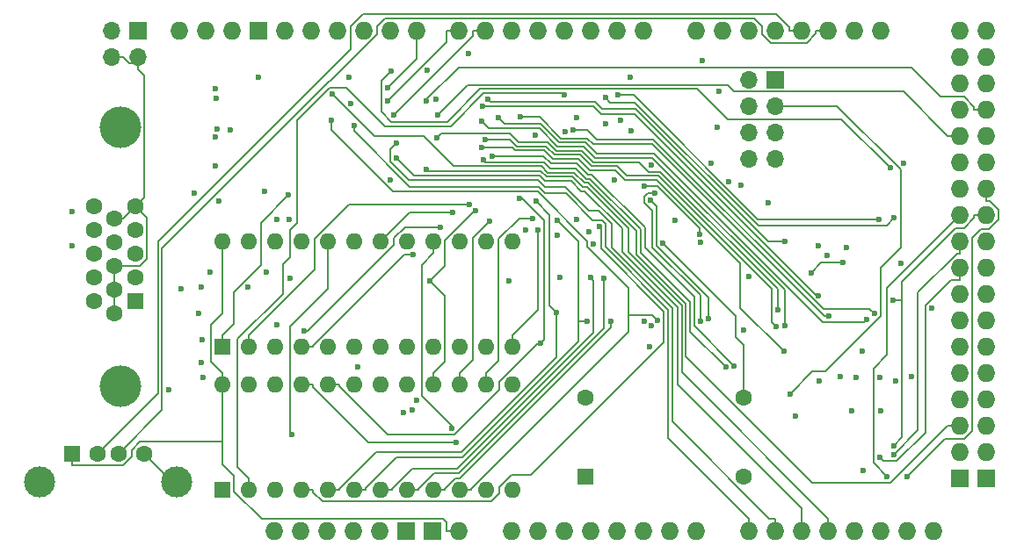
<source format=gbr>
%TF.GenerationSoftware,KiCad,Pcbnew,8.0.4+dfsg-1*%
%TF.CreationDate,2024-11-13T23:12:41-05:00*%
%TF.ProjectId,VGA_SRAM_Shield,5647415f-5352-4414-9d5f-536869656c64,rev?*%
%TF.SameCoordinates,Original*%
%TF.FileFunction,Copper,L2,Inr*%
%TF.FilePolarity,Positive*%
%FSLAX46Y46*%
G04 Gerber Fmt 4.6, Leading zero omitted, Abs format (unit mm)*
G04 Created by KiCad (PCBNEW 8.0.4+dfsg-1) date 2024-11-13 23:12:41*
%MOMM*%
%LPD*%
G01*
G04 APERTURE LIST*
%TA.AperFunction,ComponentPad*%
%ADD10R,1.700000X1.700000*%
%TD*%
%TA.AperFunction,ComponentPad*%
%ADD11O,1.700000X1.700000*%
%TD*%
%TA.AperFunction,ComponentPad*%
%ADD12R,1.600000X1.500000*%
%TD*%
%TA.AperFunction,ComponentPad*%
%ADD13C,1.600000*%
%TD*%
%TA.AperFunction,ComponentPad*%
%ADD14C,3.000000*%
%TD*%
%TA.AperFunction,ComponentPad*%
%ADD15C,4.000000*%
%TD*%
%TA.AperFunction,ComponentPad*%
%ADD16R,1.600000X1.600000*%
%TD*%
%TA.AperFunction,ComponentPad*%
%ADD17O,1.600000X1.600000*%
%TD*%
%TA.AperFunction,ComponentPad*%
%ADD18O,1.727200X1.727200*%
%TD*%
%TA.AperFunction,ComponentPad*%
%ADD19R,1.727200X1.727200*%
%TD*%
%TA.AperFunction,ViaPad*%
%ADD20C,0.600000*%
%TD*%
%TA.AperFunction,Conductor*%
%ADD21C,0.200000*%
%TD*%
G04 APERTURE END LIST*
D10*
%TO.N,PWR*%
%TO.C,J2*%
X41700000Y-133625000D03*
D11*
X39160000Y-133625000D03*
%TO.N,GND*%
X41700000Y-136165000D03*
X39160000Y-136165000D03*
%TD*%
D12*
%TO.N,PWR*%
%TO.C,J5*%
X35355000Y-174390000D03*
D13*
%TO.N,Net-(A1-D18{slash}TX1)*%
X37855000Y-174390000D03*
%TO.N,Net-(A1-D19{slash}RX1)*%
X39855000Y-174390000D03*
%TO.N,GND*%
X42355000Y-174390000D03*
D14*
X32285000Y-177100000D03*
X45425000Y-177100000D03*
%TD*%
D15*
%TO.N,N/C*%
%TO.C,J3*%
X40040000Y-142920000D03*
X40040000Y-167920000D03*
D16*
%TO.N,Net-(J3-Pad1)*%
X41460000Y-159735000D03*
D13*
%TO.N,Net-(J3-Pad2)*%
X41460000Y-157445000D03*
%TO.N,Net-(J3-Pad3)*%
X41460000Y-155155000D03*
%TO.N,unconnected-(J3-Pad4)*%
X41460000Y-152865000D03*
%TO.N,GND*%
X41460000Y-150575000D03*
X39480000Y-160880000D03*
X39480000Y-158590000D03*
X39480000Y-156300000D03*
%TO.N,unconnected-(J3-Pad9)*%
X39480000Y-154010000D03*
%TO.N,GND*%
X39480000Y-151720000D03*
%TO.N,unconnected-(J3-Pad11)*%
X37500000Y-159735000D03*
%TO.N,unconnected-(J3-Pad12)*%
X37500000Y-157445000D03*
%TO.N,Net-(J3-Pad13)*%
X37500000Y-155155000D03*
%TO.N,Net-(J3-Pad14)*%
X37500000Y-152865000D03*
%TO.N,unconnected-(J3-Pad15)*%
X37500000Y-150575000D03*
%TD*%
D16*
%TO.N,unconnected-(X1-NC-Pad1)*%
%TO.C,X1*%
X84836000Y-176657000D03*
D13*
%TO.N,GND*%
X100076000Y-176657000D03*
%TO.N,H_CLK*%
X100076000Y-169037000D03*
%TO.N,PWR*%
X84836000Y-169037000D03*
%TD*%
D16*
%TO.N,A0*%
%TO.C,U8*%
X49885600Y-164109400D03*
D17*
%TO.N,A1*%
X52425600Y-164109400D03*
%TO.N,A2*%
X54965600Y-164109400D03*
%TO.N,A3*%
X57505600Y-164109400D03*
%TO.N,A4*%
X60045600Y-164109400D03*
%TO.N,A5*%
X62585600Y-164109400D03*
%TO.N,A6*%
X65125600Y-164109400D03*
%TO.N,A7*%
X67665600Y-164109400D03*
%TO.N,A8*%
X70205600Y-164109400D03*
%TO.N,A9*%
X72745600Y-164109400D03*
%TO.N,unconnected-(U8-I11-Pad11)*%
X75285600Y-164109400D03*
%TO.N,GND*%
X77825600Y-164109400D03*
%TO.N,unconnected-(U8-I13-Pad13)*%
X77825600Y-153949400D03*
%TO.N,unconnected-(U8-IO14-Pad14)*%
X75285600Y-153949400D03*
%TO.N,unconnected-(U8-IO15-Pad15)*%
X72745600Y-153949400D03*
%TO.N,H_VISIBLE*%
X70205600Y-153949400D03*
%TO.N,unconnected-(U8-IO17-Pad17)*%
X67665600Y-153949400D03*
%TO.N,~{H_SYNC}*%
X65125600Y-153949400D03*
%TO.N,unconnected-(U8-IO19-Pad19)*%
X62585600Y-153949400D03*
%TO.N,Net-(U3-~{MR})*%
X60045600Y-153949400D03*
%TO.N,unconnected-(U8-IO21-Pad21)*%
X57505600Y-153949400D03*
%TO.N,unconnected-(U8-IO22-Pad22)*%
X54965600Y-153949400D03*
%TO.N,unconnected-(U8-IO23-Pad23)*%
X52425600Y-153949400D03*
%TO.N,PWR*%
X49885600Y-153949400D03*
%TD*%
D18*
%TO.N,*%
%TO.C,A1*%
X54864000Y-181864000D03*
%TO.N,unconnected-(A1-3.3V-Pad3V3)*%
X62484000Y-181864000D03*
%TO.N,unconnected-(A1-5V-Pad5V1)*%
X65024000Y-181864000D03*
%TO.N,unconnected-(A1-5V-Pad5V3)*%
X120904000Y-133604000D03*
%TO.N,unconnected-(A1-5V-Pad5V4)*%
X123444000Y-133604000D03*
%TO.N,unconnected-(A1-PadA0)*%
X77724000Y-181864000D03*
%TO.N,unconnected-(A1-PadA1)*%
X80264000Y-181864000D03*
%TO.N,unconnected-(A1-PadA2)*%
X82804000Y-181864000D03*
%TO.N,unconnected-(A1-PadA3)*%
X85344000Y-181864000D03*
%TO.N,unconnected-(A1-PadA4)*%
X87884000Y-181864000D03*
%TO.N,unconnected-(A1-PadA5)*%
X90424000Y-181864000D03*
%TO.N,unconnected-(A1-PadA6)*%
X92964000Y-181864000D03*
%TO.N,unconnected-(A1-PadA7)*%
X95504000Y-181864000D03*
%TO.N,/MCUMEMADDR12*%
X100584000Y-181864000D03*
%TO.N,/MCUMEMADDR13*%
X103124000Y-181864000D03*
%TO.N,/MCUMEMADDR14*%
X105664000Y-181864000D03*
%TO.N,/MCUMEMADDR15*%
X108204000Y-181864000D03*
%TO.N,unconnected-(A1-PadAREF)*%
X50800000Y-133604000D03*
%TO.N,unconnected-(A1-CANRX-PadCANR)*%
X115824000Y-181864000D03*
%TO.N,unconnected-(A1-CANTX-PadCANT)*%
X118364000Y-181864000D03*
%TO.N,unconnected-(A1-D0{slash}RX0-PadD0)*%
X90424000Y-133604000D03*
%TO.N,unconnected-(A1-D1{slash}TX0-PadD1)*%
X87884000Y-133604000D03*
%TO.N,/MCU OE*%
X85344000Y-133604000D03*
%TO.N,/MCU CE*%
X82804000Y-133604000D03*
%TO.N,/MCU WE*%
X80264000Y-133604000D03*
%TO.N,unconnected-(A1-PadD5)*%
X77724000Y-133604000D03*
%TO.N,/MCUMEMADDR19*%
X75184000Y-133604000D03*
%TO.N,/MCUMEMADDR18*%
X72644000Y-133604000D03*
%TO.N,/MCUMEMADDR17*%
X68580000Y-133604000D03*
%TO.N,/MCUMEMADDR16*%
X66040000Y-133604000D03*
%TO.N,unconnected-(A1-D10_CS0-PadD10)*%
X63500000Y-133604000D03*
%TO.N,unconnected-(A1-PadD11)*%
X60960000Y-133604000D03*
%TO.N,unconnected-(A1-PadD12)*%
X58420000Y-133604000D03*
%TO.N,unconnected-(A1-PadD13)*%
X55880000Y-133604000D03*
%TO.N,unconnected-(A1-D14{slash}TX3-PadD14)*%
X95504000Y-133604000D03*
%TO.N,unconnected-(A1-D15{slash}RX3-PadD15)*%
X98044000Y-133604000D03*
%TO.N,unconnected-(A1-D16{slash}TX2-PadD16)*%
X100584000Y-133604000D03*
%TO.N,unconnected-(A1-D17{slash}RX2-PadD17)*%
X103124000Y-133604000D03*
%TO.N,Net-(A1-D18{slash}TX1)*%
X105664000Y-133604000D03*
%TO.N,Net-(A1-D19{slash}RX1)*%
X108204000Y-133604000D03*
%TO.N,unconnected-(A1-D20{slash}SDA-PadD20)*%
X110744000Y-133604000D03*
%TO.N,unconnected-(A1-D21{slash}SCL-PadD21)*%
X113284000Y-133604000D03*
%TO.N,unconnected-(A1-PadD22)*%
X120904000Y-136144000D03*
%TO.N,unconnected-(A1-PadD23)*%
X123444000Y-136144000D03*
%TO.N,unconnected-(A1-PadD24)*%
X120904000Y-138684000D03*
%TO.N,/MCUMEMADDR8*%
X123444000Y-138684000D03*
%TO.N,/MCUMEMADDR9*%
X120904000Y-141224000D03*
%TO.N,/MCUMEMADDR10*%
X123444000Y-141224000D03*
%TO.N,/MCUMEMADDR11*%
X120904000Y-143764000D03*
%TO.N,unconnected-(A1-PadD29)*%
X123444000Y-143764000D03*
%TO.N,unconnected-(A1-PadD30)*%
X120904000Y-146304000D03*
%TO.N,unconnected-(A1-PadD31)*%
X123444000Y-146304000D03*
%TO.N,unconnected-(A1-PadD32)*%
X120904000Y-148844000D03*
%TO.N,DATA0*%
X123444000Y-148844000D03*
%TO.N,DATA1*%
X120904000Y-151384000D03*
%TO.N,DATA2*%
X123444000Y-151384000D03*
%TO.N,DATA3*%
X120904000Y-153924000D03*
%TO.N,DATA4*%
X123444000Y-153924000D03*
%TO.N,DATA5*%
X120904000Y-156464000D03*
%TO.N,DATA6*%
X123444000Y-156464000D03*
%TO.N,DATA7*%
X120904000Y-159004000D03*
%TO.N,unconnected-(A1-PadD41)*%
X123444000Y-159004000D03*
%TO.N,unconnected-(A1-PadD42)*%
X120904000Y-161544000D03*
%TO.N,unconnected-(A1-PadD43)*%
X123444000Y-161544000D03*
%TO.N,/MCUMEMADDR7*%
X120904000Y-164084000D03*
%TO.N,/MCUMEMADDR6*%
X123444000Y-164084000D03*
%TO.N,/MCUMEMADDR5*%
X120904000Y-166624000D03*
%TO.N,/MCUMEMADDR4*%
X123444000Y-166624000D03*
%TO.N,/MCUMEMADDR3*%
X120904000Y-169164000D03*
%TO.N,/MCUMEMADDR2*%
X123444000Y-169164000D03*
%TO.N,/MCUMEMADDR1*%
X120904000Y-171704000D03*
%TO.N,/MCUMEMADDR0*%
X123444000Y-171704000D03*
%TO.N,unconnected-(A1-D52_CS2-PadD52)*%
X120904000Y-174244000D03*
%TO.N,unconnected-(A1-PadD53)*%
X123444000Y-174244000D03*
%TO.N,unconnected-(A1-PadDAC0)*%
X110744000Y-181864000D03*
%TO.N,unconnected-(A1-PadDAC1)*%
X113284000Y-181864000D03*
D19*
%TO.N,GND*%
X53340000Y-133604000D03*
X67564000Y-181864000D03*
X70104000Y-181864000D03*
X120904000Y-176784000D03*
X123444000Y-176784000D03*
D18*
%TO.N,unconnected-(A1-IOREF-PadIORF)*%
X57404000Y-181864000D03*
%TO.N,unconnected-(A1-RESET-PadRST1)*%
X59944000Y-181864000D03*
%TO.N,unconnected-(A1-PadSCL1)*%
X45720000Y-133604000D03*
%TO.N,unconnected-(A1-PadSDA1)*%
X48260000Y-133604000D03*
%TO.N,PWR*%
X72644000Y-181864000D03*
%TD*%
D10*
%TO.N,~{H_SYNC}*%
%TO.C,J1*%
X103124000Y-138328400D03*
D11*
%TO.N,H_VISIBLE*%
X100584000Y-138328400D03*
%TO.N,~{SCREEN_VISIBLE}*%
X103124000Y-140868400D03*
%TO.N,~{V_RESET}*%
X100584000Y-140868400D03*
%TO.N,GND*%
X103124000Y-143408400D03*
%TO.N,~{V_SYNC}*%
X100584000Y-143408400D03*
%TO.N,V_FRONT_PORCH*%
X103124000Y-145948400D03*
%TO.N,~{V_VISIBLE}*%
X100584000Y-145948400D03*
%TD*%
D16*
%TO.N,Net-(U5-Q0)*%
%TO.C,U9*%
X49885600Y-177927000D03*
D17*
%TO.N,A10*%
X52425600Y-177927000D03*
%TO.N,A11*%
X54965600Y-177927000D03*
%TO.N,A12*%
X57505600Y-177927000D03*
%TO.N,A13*%
X60045600Y-177927000D03*
%TO.N,A14*%
X62585600Y-177927000D03*
%TO.N,A15*%
X65125600Y-177927000D03*
%TO.N,A16*%
X67665600Y-177927000D03*
%TO.N,A17*%
X70205600Y-177927000D03*
%TO.N,A18*%
X72745600Y-177927000D03*
%TO.N,H_VISIBLE*%
X75285600Y-177927000D03*
%TO.N,GND*%
X77825600Y-177927000D03*
%TO.N,unconnected-(U9-I13-Pad13)*%
X77825600Y-167767000D03*
%TO.N,~{V_VISIBLE}*%
X75285600Y-167767000D03*
%TO.N,V_FRONT_PORCH*%
X72745600Y-167767000D03*
%TO.N,~{V_SYNC}*%
X70205600Y-167767000D03*
%TO.N,unconnected-(U9-IO17-Pad17)*%
X67665600Y-167767000D03*
%TO.N,unconnected-(U9-IO18-Pad18)*%
X65125600Y-167767000D03*
%TO.N,unconnected-(U9-IO19-Pad19)*%
X62585600Y-167767000D03*
%TO.N,~{V_RESET}*%
X60045600Y-167767000D03*
%TO.N,~{SCREEN_VISIBLE}*%
X57505600Y-167767000D03*
%TO.N,unconnected-(U9-IO22-Pad22)*%
X54965600Y-167767000D03*
%TO.N,unconnected-(U9-IO23-Pad23)*%
X52425600Y-167767000D03*
%TO.N,PWR*%
X49885600Y-167767000D03*
%TD*%
D20*
%TO.N,Net-(U11-CE)*%
X66094300Y-137550000D03*
X114190200Y-146851100D03*
%TO.N,Net-(U1-~{WE})*%
X118152300Y-160385800D03*
X97487400Y-142967800D03*
%TO.N,/MCUMEMADDR5*%
X56367000Y-157520100D03*
%TO.N,/MCUMEMADDR13*%
X66583600Y-144475200D03*
%TO.N,DATA2*%
X114522200Y-173628000D03*
X114443500Y-159651700D03*
%TO.N,/MCUMEMADDR12*%
X62528400Y-142760300D03*
%TO.N,DATA1*%
X113882100Y-176632600D03*
X108111400Y-155301700D03*
%TO.N,DATA5*%
X113158600Y-174740500D03*
%TO.N,/MCUMEMADDR15*%
X69530500Y-146996000D03*
%TO.N,/MCUMEMADDR14*%
X66610200Y-145914700D03*
%TO.N,/MCUMEMADDR10*%
X69539000Y-140402200D03*
%TO.N,/MCUMEMADDR8*%
X69614000Y-137455900D03*
%TO.N,DATA3*%
X114513200Y-174513100D03*
%TO.N,DATA0*%
X115850900Y-176599600D03*
X107224100Y-154389200D03*
%TO.N,~{TIMING ADDR}*%
X62029700Y-138138000D03*
X89143500Y-138142500D03*
%TO.N,/MCUMEMADDR1*%
X60479900Y-139738500D03*
%TO.N,/MCUMEMADDR11*%
X70577000Y-141772900D03*
%TO.N,/MCUMEMADDR6*%
X56321400Y-151826400D03*
%TO.N,/MCUMEMADDR0*%
X53320600Y-138125200D03*
%TO.N,/MCUMEMADDR19*%
X66379800Y-141735900D03*
%TO.N,/MCUMEMADDR18*%
X65786300Y-140425400D03*
%TO.N,/MCUMEMADDR3*%
X67321500Y-170474000D03*
%TO.N,DATA7*%
X115215100Y-156039400D03*
%TO.N,DATA4*%
X111601500Y-176066800D03*
%TO.N,A17*%
X87253800Y-161659100D03*
%TO.N,A18*%
X60361700Y-142296200D03*
X91772000Y-161531600D03*
%TO.N,A16*%
X86602300Y-157486900D03*
%TO.N,Net-(U10-TC)*%
X93469100Y-151880800D03*
%TO.N,A14*%
X84972100Y-161661100D03*
X82105700Y-151893400D03*
%TO.N,A15*%
X85305500Y-157452100D03*
%TO.N,A13*%
X82050100Y-160781200D03*
X80104900Y-150083100D03*
%TO.N,Net-(U6-TC)*%
X82334700Y-157452100D03*
X100547600Y-157317000D03*
%TO.N,A12*%
X86146200Y-152485700D03*
X87647000Y-147999100D03*
%TO.N,A11*%
X68577300Y-169271600D03*
X79969800Y-143706600D03*
%TO.N,A10*%
X82822200Y-139844400D03*
%TO.N,Net-(U5-Q0)*%
X68122600Y-170216100D03*
%TO.N,A9*%
X79104400Y-152812500D03*
%TO.N,Net-(U4-TC)*%
X85173400Y-153005500D03*
%TO.N,A7*%
X95897900Y-161673300D03*
X91553300Y-149273500D03*
%TO.N,A5*%
X91178700Y-162074500D03*
X95833900Y-153253000D03*
X90505600Y-148614600D03*
%TO.N,A4*%
X95896600Y-154053200D03*
X98647500Y-148163200D03*
X90457500Y-161661100D03*
%TO.N,A6*%
X96698100Y-161373800D03*
X91079500Y-149931300D03*
%TO.N,H_CLK*%
X92290000Y-154085700D03*
%TO.N,A3*%
X99847800Y-148552000D03*
X68267300Y-155237400D03*
%TO.N,A0*%
X89249500Y-143241500D03*
X56248300Y-149487400D03*
%TO.N,A2*%
X96910300Y-146426100D03*
X57753400Y-162595400D03*
X70822600Y-152562600D03*
%TO.N,A1*%
X91157000Y-146614100D03*
X73674300Y-150396900D03*
%TO.N,MEMADDR6*%
X49496800Y-150023800D03*
X102406100Y-150184000D03*
%TO.N,/MCUMEMADDR2*%
X54056600Y-156889800D03*
%TO.N,MEMADDR1*%
X114578900Y-151664800D03*
X86747700Y-140064100D03*
X49251900Y-140179900D03*
%TO.N,/MCUMEMADDR7*%
X55085200Y-151829200D03*
%TO.N,MEMADDR8*%
X104035000Y-153900500D03*
X75442700Y-140244500D03*
X62253000Y-140653800D03*
%TO.N,MEMADDR19*%
X112657400Y-160916900D03*
X83670600Y-143190400D03*
%TO.N,MEMADDR17*%
X107293200Y-159171700D03*
X74955300Y-140899600D03*
%TO.N,/MCUMEMADDR17*%
X65795500Y-139155400D03*
%TO.N,MEMADDR16*%
X108295100Y-161153600D03*
X78596200Y-141952600D03*
%TO.N,MEMADDR18*%
X111913800Y-161486800D03*
X76400700Y-141962500D03*
%TO.N,MEMADDR7*%
X84018000Y-151825300D03*
X47130000Y-149290000D03*
%TO.N,~{OE}*%
X109950600Y-154555700D03*
%TO.N,MEMADDR3*%
X86744600Y-142590300D03*
X97733400Y-139465200D03*
X49181700Y-143867400D03*
%TO.N,MEMADDR12*%
X103952200Y-164558600D03*
X74812600Y-144887300D03*
%TO.N,MEMADDR4*%
X88184900Y-142239700D03*
X50591700Y-143185400D03*
X115473900Y-146402900D03*
%TO.N,MEMADDR5*%
X82850200Y-143394400D03*
X49196500Y-146686800D03*
%TO.N,MEMADDR15*%
X111481900Y-164525700D03*
X77418200Y-157712900D03*
%TO.N,MEMADDR11*%
X103340800Y-160539500D03*
X70498200Y-143961500D03*
%TO.N,MEMADDR10*%
X103212300Y-162194000D03*
X75144000Y-144087100D03*
%TO.N,/MCUMEMADDR9*%
X70404000Y-140257900D03*
%TO.N,/MCUMEMADDR4*%
X62888300Y-166033100D03*
%TO.N,MEMADDR9*%
X104021600Y-162039200D03*
X74811000Y-142330400D03*
%TO.N,MEMADDR2*%
X83988400Y-141990100D03*
X49353700Y-143066700D03*
%TO.N,MEMADDR14*%
X98330500Y-166077800D03*
X74963400Y-146087600D03*
%TO.N,MEMADDR13*%
X99157000Y-165938400D03*
X75859800Y-145687500D03*
%TO.N,MEMADDR0*%
X113084100Y-151797100D03*
X87948000Y-139844400D03*
X49181000Y-139179600D03*
%TO.N,Net-(U2-B7)*%
X47860300Y-165646900D03*
X116263000Y-167007500D03*
%TO.N,Net-(U2-B6)*%
X47592500Y-160854100D03*
X114686000Y-167393000D03*
%TO.N,Net-(U2-B5)*%
X47971200Y-167065500D03*
X113258900Y-170320100D03*
%TO.N,Net-(U2-B4)*%
X48711500Y-156890300D03*
X113163700Y-167030600D03*
%TO.N,Net-(U2-B3)*%
X52316100Y-158348500D03*
X110862300Y-167036600D03*
%TO.N,Net-(U2-B2)*%
X44671400Y-168258200D03*
X110514100Y-170305400D03*
%TO.N,Net-(U2-B1)*%
X47843600Y-158308400D03*
X109361800Y-167017000D03*
%TO.N,Net-(U2-B0)*%
X55088500Y-161985400D03*
X107350200Y-167412700D03*
%TO.N,Net-(J3-Pad3)*%
X45853800Y-158484500D03*
%TO.N,Net-(J3-Pad2)*%
X47896000Y-163428200D03*
%TO.N,~{V_VISIBLE}*%
X79720500Y-151718500D03*
%TO.N,GND*%
X91027700Y-164128600D03*
X53953000Y-149128400D03*
X66011400Y-148029500D03*
X106574600Y-156966000D03*
X109671000Y-156001700D03*
X100051700Y-162464200D03*
X80273000Y-152863300D03*
%TO.N,~{SCREEN_VISIBLE}*%
X72402100Y-173304400D03*
X104511800Y-168646000D03*
%TO.N,~{V_RESET}*%
X80511600Y-163801900D03*
X78484800Y-149753700D03*
%TO.N,~{V_SYNC}*%
X35351100Y-154326200D03*
X69876300Y-157740100D03*
X74198900Y-151003900D03*
%TO.N,V_FRONT_PORCH*%
X75636700Y-152009900D03*
%TO.N,~{H_SYNC}*%
X35361400Y-151090400D03*
X72056000Y-151164000D03*
%TO.N,H_VISIBLE*%
X71919700Y-172002100D03*
%TO.N,Net-(U3-~{MR})*%
X85624300Y-154227100D03*
X56548500Y-172600400D03*
%TO.N,PWR*%
X82148900Y-153355900D03*
X96115400Y-136482500D03*
X73533000Y-135803200D03*
X105067700Y-170763000D03*
%TD*%
D21*
%TO.N,Net-(U11-CE)*%
X109477500Y-142138400D02*
X114190200Y-146851100D01*
X98499400Y-142138400D02*
X109477500Y-142138400D01*
X95605200Y-139244200D02*
X98499400Y-142138400D01*
X74651900Y-139244200D02*
X95605200Y-139244200D01*
X71509000Y-142387100D02*
X74651900Y-139244200D01*
X66123400Y-142387100D02*
X71509000Y-142387100D01*
X65156700Y-141420400D02*
X66123400Y-142387100D01*
X65156700Y-138487600D02*
X65156700Y-141420400D01*
X66094300Y-137550000D02*
X65156700Y-138487600D01*
%TO.N,/MCUMEMADDR13*%
X103124000Y-181864000D02*
X103124000Y-180700300D01*
X66010000Y-145048800D02*
X66583600Y-144475200D01*
X66010000Y-146217700D02*
X66010000Y-145048800D01*
X67820900Y-148028600D02*
X66010000Y-146217700D01*
X80243500Y-148028600D02*
X67820900Y-148028600D01*
X80932000Y-148717100D02*
X80243500Y-148028600D01*
X82898000Y-148717100D02*
X80932000Y-148717100D01*
X85156200Y-150975300D02*
X82898000Y-148717100D01*
X86071400Y-150975300D02*
X85156200Y-150975300D01*
X87346500Y-152250400D02*
X86071400Y-150975300D01*
X87346500Y-154517200D02*
X87346500Y-152250400D01*
X93172400Y-160343100D02*
X87346500Y-154517200D01*
X93172400Y-171316100D02*
X93172400Y-160343100D01*
X102556600Y-180700300D02*
X93172400Y-171316100D01*
X103124000Y-180700300D02*
X102556600Y-180700300D01*
%TO.N,DATA2*%
X123444000Y-151384000D02*
X122280300Y-151384000D01*
X114443500Y-159651700D02*
X115305600Y-159651700D01*
X115305600Y-172844600D02*
X115305600Y-159651700D01*
X114522200Y-173628000D02*
X115305600Y-172844600D01*
X122280300Y-151655200D02*
X122280300Y-151384000D01*
X121281500Y-152654000D02*
X122280300Y-151655200D01*
X120491700Y-152654000D02*
X121281500Y-152654000D01*
X115305600Y-157840100D02*
X120491700Y-152654000D01*
X115305600Y-159651700D02*
X115305600Y-157840100D01*
%TO.N,/MCUMEMADDR12*%
X100584000Y-181864000D02*
X100584000Y-180700300D01*
X92772200Y-172888500D02*
X100584000Y-180700300D01*
X92772200Y-160508600D02*
X92772200Y-172888500D01*
X86746500Y-154482900D02*
X92772200Y-160508600D01*
X86746500Y-152216200D02*
X86746500Y-154482900D01*
X86415900Y-151885600D02*
X86746500Y-152216200D01*
X85500500Y-151885600D02*
X86415900Y-151885600D01*
X82932100Y-149317200D02*
X85500500Y-151885600D01*
X80966300Y-149317200D02*
X82932100Y-149317200D01*
X80301100Y-148652000D02*
X80966300Y-149317200D01*
X67878400Y-148652000D02*
X80301100Y-148652000D01*
X62528400Y-143302000D02*
X67878400Y-148652000D01*
X62528400Y-142760300D02*
X62528400Y-143302000D01*
%TO.N,DATA1*%
X112552400Y-175302900D02*
X113882100Y-176632600D01*
X112552400Y-166183400D02*
X112552400Y-175302900D01*
X113843400Y-164892400D02*
X112552400Y-166183400D01*
X113843400Y-158444600D02*
X113843400Y-164892400D01*
X120904000Y-151384000D02*
X113843400Y-158444600D01*
%TO.N,DATA5*%
X120904000Y-156464000D02*
X120904000Y-157627700D01*
X113531400Y-175113300D02*
X113158600Y-174740500D01*
X114814800Y-175113300D02*
X113531400Y-175113300D01*
X117552200Y-172375900D02*
X114814800Y-175113300D01*
X117552200Y-160137300D02*
X117552200Y-172375900D01*
X120061800Y-157627700D02*
X117552200Y-160137300D01*
X120904000Y-157627700D02*
X120061800Y-157627700D01*
%TO.N,/MCUMEMADDR15*%
X108204000Y-181864000D02*
X108204000Y-180700300D01*
X69672500Y-147138000D02*
X69530500Y-146996000D01*
X80484600Y-147138000D02*
X69672500Y-147138000D01*
X81063400Y-147716800D02*
X80484600Y-147138000D01*
X83594900Y-147716800D02*
X81063400Y-147716800D01*
X84581200Y-148703100D02*
X83594900Y-147716800D01*
X84952500Y-148703100D02*
X84581200Y-148703100D01*
X88946800Y-152697400D02*
X84952500Y-148703100D01*
X88946800Y-154985800D02*
X88946800Y-152697400D01*
X94097500Y-160136500D02*
X88946800Y-154985800D01*
X94097500Y-166593800D02*
X94097500Y-160136500D01*
X108204000Y-180700300D02*
X94097500Y-166593800D01*
%TO.N,/MCUMEMADDR14*%
X68323900Y-147628400D02*
X66610200Y-145914700D01*
X80409200Y-147628400D02*
X68323900Y-147628400D01*
X80897700Y-148116900D02*
X80409200Y-147628400D01*
X83429200Y-148116900D02*
X80897700Y-148116900D01*
X84415500Y-149103200D02*
X83429200Y-148116900D01*
X84775800Y-149103200D02*
X84415500Y-149103200D01*
X88346800Y-152674200D02*
X84775800Y-149103200D01*
X88346800Y-154951600D02*
X88346800Y-152674200D01*
X93697400Y-160302200D02*
X88346800Y-154951600D01*
X93697400Y-167747800D02*
X93697400Y-160302200D01*
X105664000Y-179714400D02*
X93697400Y-167747800D01*
X105664000Y-181864000D02*
X105664000Y-179714400D01*
%TO.N,/MCUMEMADDR10*%
X123444000Y-141224000D02*
X122280300Y-141224000D01*
X69539000Y-140254900D02*
X69539000Y-140402200D01*
X72651600Y-137142300D02*
X69539000Y-140254900D01*
X116199900Y-137142300D02*
X72651600Y-137142300D01*
X119011600Y-139954000D02*
X116199900Y-137142300D01*
X121281500Y-139954000D02*
X119011600Y-139954000D01*
X122280300Y-140952800D02*
X121281500Y-139954000D01*
X122280300Y-141224000D02*
X122280300Y-140952800D01*
%TO.N,DATA3*%
X120904000Y-153924000D02*
X120904000Y-155087700D01*
X120632700Y-155087700D02*
X120904000Y-155087700D01*
X116863100Y-158857300D02*
X120632700Y-155087700D01*
X116863100Y-172163200D02*
X116863100Y-158857300D01*
X114513200Y-174513100D02*
X116863100Y-172163200D01*
%TO.N,DATA0*%
X123444000Y-148844000D02*
X123444000Y-150007700D01*
X119476500Y-172974000D02*
X115850900Y-176599600D01*
X121324700Y-172974000D02*
X119476500Y-172974000D01*
X122067800Y-172230900D02*
X121324700Y-172974000D01*
X122067800Y-153640500D02*
X122067800Y-172230900D01*
X122948100Y-152760200D02*
X122067800Y-153640500D01*
X123722400Y-152760200D02*
X122948100Y-152760200D01*
X124638700Y-151843900D02*
X123722400Y-152760200D01*
X124638700Y-150911500D02*
X124638700Y-151843900D01*
X123734900Y-150007700D02*
X124638700Y-150911500D01*
X123444000Y-150007700D02*
X123734900Y-150007700D01*
%TO.N,/MCUMEMADDR1*%
X120904000Y-171704000D02*
X119740300Y-171704000D01*
X64508400Y-143767000D02*
X60479900Y-139738500D01*
X69213400Y-143767000D02*
X64508400Y-143767000D01*
X72134300Y-146687900D02*
X69213400Y-143767000D01*
X80600300Y-146687900D02*
X72134300Y-146687900D01*
X81225000Y-147312600D02*
X80600300Y-146687900D01*
X83756500Y-147312600D02*
X81225000Y-147312600D01*
X84746900Y-148303000D02*
X83756500Y-147312600D01*
X85118200Y-148303000D02*
X84746900Y-148303000D01*
X89747100Y-152931900D02*
X85118200Y-148303000D01*
X89747100Y-155220300D02*
X89747100Y-152931900D01*
X94497600Y-159970800D02*
X89747100Y-155220300D01*
X94497600Y-165024800D02*
X94497600Y-159970800D01*
X106705500Y-177232700D02*
X94497600Y-165024800D01*
X114211600Y-177232700D02*
X106705500Y-177232700D01*
X119740300Y-171704000D02*
X114211600Y-177232700D01*
%TO.N,/MCUMEMADDR11*%
X120904000Y-143764000D02*
X119740300Y-143764000D01*
X73505800Y-138844100D02*
X70577000Y-141772900D01*
X98524800Y-138844100D02*
X73505800Y-138844100D01*
X99159300Y-139478600D02*
X98524800Y-138844100D01*
X115454900Y-139478600D02*
X99159300Y-139478600D01*
X119740300Y-143764000D02*
X115454900Y-139478600D01*
%TO.N,/MCUMEMADDR19*%
X75184000Y-133604000D02*
X74020300Y-133604000D01*
X74020300Y-134095400D02*
X66379800Y-141735900D01*
X74020300Y-133604000D02*
X74020300Y-134095400D01*
%TO.N,/MCUMEMADDR18*%
X71480300Y-134731400D02*
X65786300Y-140425400D01*
X71480300Y-133604000D02*
X71480300Y-134731400D01*
X72644000Y-133604000D02*
X71480300Y-133604000D01*
%TO.N,A17*%
X87253800Y-162249200D02*
X87253800Y-161659100D01*
X72676100Y-176826900D02*
X87253800Y-162249200D01*
X72268200Y-176826900D02*
X72676100Y-176826900D01*
X71305700Y-177789400D02*
X72268200Y-176826900D01*
X71305700Y-177927000D02*
X71305700Y-177789400D01*
X70205600Y-177927000D02*
X71305700Y-177927000D01*
%TO.N,A18*%
X72745600Y-177927000D02*
X73845700Y-177927000D01*
X91297400Y-161057000D02*
X91772000Y-161531600D01*
X88994600Y-161057000D02*
X91297400Y-161057000D01*
X88994600Y-162657700D02*
X88994600Y-161057000D01*
X73845700Y-177806600D02*
X88994600Y-162657700D01*
X73845700Y-177927000D02*
X73845700Y-177806600D01*
X88994600Y-158445900D02*
X88994600Y-161057000D01*
X85024200Y-154475500D02*
X88994600Y-158445900D01*
X85024200Y-153940800D02*
X85024200Y-154475500D01*
X80237000Y-149153600D02*
X85024200Y-153940800D01*
X66286900Y-149153600D02*
X80237000Y-149153600D01*
X60361700Y-143228400D02*
X66286900Y-149153600D01*
X60361700Y-142296200D02*
X60361700Y-143228400D01*
%TO.N,A16*%
X67665600Y-177927000D02*
X68765700Y-177927000D01*
X68765700Y-177789400D02*
X68765700Y-177927000D01*
X70294100Y-176261000D02*
X68765700Y-177789400D01*
X72659600Y-176261000D02*
X70294100Y-176261000D01*
X86602200Y-162318400D02*
X72659600Y-176261000D01*
X86602200Y-157486900D02*
X86602200Y-162318400D01*
X86602300Y-157486900D02*
X86602200Y-157486900D01*
%TO.N,A14*%
X62585600Y-177927000D02*
X63685700Y-177927000D01*
X84972100Y-161661100D02*
X84174700Y-161661100D01*
X63685700Y-177761900D02*
X63685700Y-177927000D01*
X66643800Y-174803800D02*
X63685700Y-177761900D01*
X72934500Y-174803800D02*
X66643800Y-174803800D01*
X84174700Y-163563600D02*
X72934500Y-174803800D01*
X84174700Y-161661100D02*
X84174700Y-163563600D01*
X84174700Y-153962400D02*
X82105700Y-151893400D01*
X84174700Y-161661100D02*
X84174700Y-153962400D01*
%TO.N,A15*%
X65125600Y-177927000D02*
X66225700Y-177927000D01*
X66225700Y-177789500D02*
X66225700Y-177927000D01*
X68154400Y-175860800D02*
X66225700Y-177789500D01*
X72468700Y-175860800D02*
X68154400Y-175860800D01*
X85592400Y-162737100D02*
X72468700Y-175860800D01*
X85592400Y-157739000D02*
X85592400Y-162737100D01*
X85305500Y-157452100D02*
X85592400Y-157739000D01*
%TO.N,A13*%
X60045600Y-177927000D02*
X61145700Y-177927000D01*
X82050100Y-165122300D02*
X82050100Y-160781200D01*
X72880700Y-174291700D02*
X82050100Y-165122300D01*
X64643500Y-174291700D02*
X72880700Y-174291700D01*
X61145700Y-177789500D02*
X64643500Y-174291700D01*
X61145700Y-177927000D02*
X61145700Y-177789500D01*
X81384700Y-151362900D02*
X80104900Y-150083100D01*
X81384700Y-160115800D02*
X81384700Y-151362900D01*
X82050100Y-160781200D02*
X81384700Y-160115800D01*
%TO.N,A12*%
X57505600Y-177927000D02*
X58605700Y-177927000D01*
X58605700Y-178155000D02*
X58605700Y-177927000D01*
X59478100Y-179027400D02*
X58605700Y-178155000D01*
X75770100Y-179027400D02*
X59478100Y-179027400D01*
X76555600Y-178241900D02*
X75770100Y-179027400D01*
X76555600Y-177631100D02*
X76555600Y-178241900D01*
X77735100Y-176451600D02*
X76555600Y-177631100D01*
X79581900Y-176451600D02*
X77735100Y-176451600D01*
X92372100Y-163661400D02*
X79581900Y-176451600D01*
X92372100Y-160674300D02*
X92372100Y-163661400D01*
X86346300Y-154648500D02*
X92372100Y-160674300D01*
X86346300Y-152685800D02*
X86346300Y-154648500D01*
X86146200Y-152485700D02*
X86346300Y-152685800D01*
%TO.N,A10*%
X52425600Y-177927000D02*
X52425600Y-176826900D01*
X82622100Y-139644300D02*
X82822200Y-139844400D01*
X75010300Y-139644300D02*
X82622100Y-139644300D01*
X71832000Y-142822600D02*
X75010300Y-139644300D01*
X65485600Y-142822600D02*
X71832000Y-142822600D01*
X61785600Y-139122600D02*
X65485600Y-142822600D01*
X60186400Y-139122600D02*
X61785600Y-139122600D01*
X57016500Y-142292500D02*
X60186400Y-139122600D01*
X57016500Y-152203800D02*
X57016500Y-142292500D01*
X56345700Y-152874600D02*
X57016500Y-152203800D01*
X56345700Y-155482200D02*
X56345700Y-152874600D01*
X55675600Y-156152300D02*
X56345700Y-155482200D01*
X55675600Y-158999400D02*
X55675600Y-156152300D01*
X51324800Y-163350200D02*
X55675600Y-158999400D01*
X51324800Y-175726100D02*
X51324800Y-163350200D01*
X52425600Y-176826900D02*
X51324800Y-175726100D01*
%TO.N,A7*%
X95897900Y-159107900D02*
X95897900Y-161673300D01*
X91289800Y-154499800D02*
X95897900Y-159107900D01*
X91289800Y-150990200D02*
X91289800Y-154499800D01*
X90479400Y-150179800D02*
X91289800Y-150990200D01*
X90479400Y-149662800D02*
X90479400Y-150179800D01*
X90868700Y-149273500D02*
X90479400Y-149662800D01*
X91553300Y-149273500D02*
X90868700Y-149273500D01*
%TO.N,A5*%
X95833900Y-152705300D02*
X95833900Y-153253000D01*
X91743200Y-148614600D02*
X95833900Y-152705300D01*
X90505600Y-148614600D02*
X91743200Y-148614600D01*
%TO.N,A6*%
X96698100Y-159342300D02*
X96698100Y-161373800D01*
X91689900Y-154334100D02*
X96698100Y-159342300D01*
X91689900Y-150541700D02*
X91689900Y-154334100D01*
X91079500Y-149931300D02*
X91689900Y-150541700D01*
%TO.N,H_CLK*%
X99334000Y-161129700D02*
X92290000Y-154085700D01*
X99334000Y-163160900D02*
X99334000Y-161129700D01*
X100076000Y-163902900D02*
X99334000Y-163160900D01*
X100076000Y-169037000D02*
X100076000Y-163902900D01*
%TO.N,A3*%
X57505600Y-164109400D02*
X58605700Y-164109400D01*
X67360100Y-155237400D02*
X68267300Y-155237400D01*
X58605700Y-163991800D02*
X67360100Y-155237400D01*
X58605700Y-164109400D02*
X58605700Y-163991800D01*
%TO.N,A0*%
X53554100Y-152181600D02*
X56248300Y-149487400D01*
X53554100Y-156261300D02*
X53554100Y-152181600D01*
X50985700Y-158829700D02*
X53554100Y-156261300D01*
X50985700Y-161909200D02*
X50985700Y-158829700D01*
X49885600Y-163009300D02*
X50985700Y-161909200D01*
X49885600Y-164109400D02*
X49885600Y-163009300D01*
%TO.N,A2*%
X67460200Y-152562600D02*
X70822600Y-152562600D01*
X66395600Y-153627200D02*
X67460200Y-152562600D01*
X66395600Y-154248800D02*
X66395600Y-153627200D01*
X58049000Y-162595400D02*
X66395600Y-154248800D01*
X57753400Y-162595400D02*
X58049000Y-162595400D01*
%TO.N,A1*%
X52425600Y-164109400D02*
X52425600Y-163009300D01*
X62028400Y-150396900D02*
X73674300Y-150396900D01*
X58775600Y-153649700D02*
X62028400Y-150396900D01*
X58775600Y-156659300D02*
X58775600Y-153649700D01*
X52425600Y-163009300D02*
X58775600Y-156659300D01*
%TO.N,MEMADDR1*%
X87205900Y-140522300D02*
X86747700Y-140064100D01*
X89592000Y-140522300D02*
X87205900Y-140522300D01*
X101469100Y-152399400D02*
X89592000Y-140522300D01*
X113844300Y-152399400D02*
X101469100Y-152399400D01*
X114578900Y-151664800D02*
X113844300Y-152399400D01*
%TO.N,MEMADDR8*%
X75642700Y-140444500D02*
X75442700Y-140244500D01*
X85726300Y-140444500D02*
X75642700Y-140444500D01*
X86463100Y-141181300D02*
X85726300Y-140444500D01*
X89685200Y-141181300D02*
X86463100Y-141181300D01*
X102404400Y-153900500D02*
X89685200Y-141181300D01*
X104035000Y-153900500D02*
X102404400Y-153900500D01*
%TO.N,MEMADDR19*%
X84973600Y-143190400D02*
X83670600Y-143190400D01*
X85895000Y-144111800D02*
X84973600Y-143190400D01*
X91384700Y-144111800D02*
X85895000Y-144111800D01*
X107738500Y-160465600D02*
X91384700Y-144111800D01*
X112206100Y-160465600D02*
X107738500Y-160465600D01*
X112657400Y-160916900D02*
X112206100Y-160465600D01*
%TO.N,MEMADDR17*%
X85615600Y-140899600D02*
X74955300Y-140899600D01*
X86355600Y-141639600D02*
X85615600Y-140899600D01*
X89577700Y-141639600D02*
X86355600Y-141639600D01*
X107109800Y-159171700D02*
X89577700Y-141639600D01*
X107293200Y-159171700D02*
X107109800Y-159171700D01*
%TO.N,/MCUMEMADDR17*%
X68580000Y-136370900D02*
X65795500Y-139155400D01*
X68580000Y-133604000D02*
X68580000Y-136370900D01*
%TO.N,MEMADDR16*%
X80442500Y-141952600D02*
X78596200Y-141952600D01*
X82484500Y-143994600D02*
X80442500Y-141952600D01*
X84964900Y-143994600D02*
X82484500Y-143994600D01*
X85549400Y-144579100D02*
X84964900Y-143994600D01*
X91286200Y-144579100D02*
X85549400Y-144579100D01*
X107860700Y-161153600D02*
X91286200Y-144579100D01*
X108295100Y-161153600D02*
X107860700Y-161153600D01*
%TO.N,MEMADDR18*%
X77028400Y-142590200D02*
X76400700Y-141962500D01*
X80514300Y-142590200D02*
X77028400Y-142590200D01*
X82318800Y-144394700D02*
X80514300Y-142590200D01*
X84799200Y-144394700D02*
X82318800Y-144394700D01*
X85906800Y-145502300D02*
X84799200Y-144394700D01*
X91460000Y-145502300D02*
X85906800Y-145502300D01*
X107711400Y-161753700D02*
X91460000Y-145502300D01*
X111646900Y-161753700D02*
X107711400Y-161753700D01*
X111913800Y-161486800D02*
X111646900Y-161753700D01*
%TO.N,MEMADDR12*%
X77754000Y-144887300D02*
X74812600Y-144887300D01*
X78035000Y-145168300D02*
X77754000Y-144887300D01*
X80829200Y-145168300D02*
X78035000Y-145168300D01*
X81656000Y-145995100D02*
X80829200Y-145168300D01*
X84136400Y-145995100D02*
X81656000Y-145995100D01*
X85244000Y-147102700D02*
X84136400Y-145995100D01*
X87706100Y-147102700D02*
X85244000Y-147102700D01*
X88617800Y-148014400D02*
X87706100Y-147102700D01*
X91708900Y-148014400D02*
X88617800Y-148014400D01*
X99734200Y-156039700D02*
X91708900Y-148014400D01*
X99734200Y-160340600D02*
X99734200Y-156039700D01*
X103952200Y-164558600D02*
X99734200Y-160340600D01*
%TO.N,MEMADDR11*%
X70972700Y-143487000D02*
X70498200Y-143961500D01*
X77521900Y-143487000D02*
X70972700Y-143487000D01*
X78403000Y-144368100D02*
X77521900Y-143487000D01*
X81160600Y-144368100D02*
X78403000Y-144368100D01*
X81987400Y-145194900D02*
X81160600Y-144368100D01*
X84467800Y-145194900D02*
X81987400Y-145194900D01*
X85575400Y-146302500D02*
X84467800Y-145194900D01*
X89996800Y-146302500D02*
X85575400Y-146302500D01*
X90908500Y-147214200D02*
X89996800Y-146302500D01*
X92040300Y-147214200D02*
X90908500Y-147214200D01*
X103340800Y-158514700D02*
X92040300Y-147214200D01*
X103340800Y-160539500D02*
X103340800Y-158514700D01*
%TO.N,MEMADDR10*%
X77519600Y-144087100D02*
X75144000Y-144087100D01*
X78200700Y-144768200D02*
X77519600Y-144087100D01*
X80994900Y-144768200D02*
X78200700Y-144768200D01*
X81821700Y-145595000D02*
X80994900Y-144768200D01*
X84302100Y-145595000D02*
X81821700Y-145595000D01*
X85409700Y-146702600D02*
X84302100Y-145595000D01*
X87871800Y-146702600D02*
X85409700Y-146702600D01*
X88783500Y-147614300D02*
X87871800Y-146702600D01*
X91874600Y-147614300D02*
X88783500Y-147614300D01*
X102740700Y-158480400D02*
X91874600Y-147614300D01*
X102740700Y-161722400D02*
X102740700Y-158480400D01*
X103212300Y-162194000D02*
X102740700Y-161722400D01*
%TO.N,MEMADDR9*%
X75530100Y-143049500D02*
X74811000Y-142330400D01*
X80407800Y-143049500D02*
X75530100Y-143049500D01*
X82153100Y-144794800D02*
X80407800Y-143049500D01*
X84633500Y-144794800D02*
X82153100Y-144794800D01*
X85741100Y-145902400D02*
X84633500Y-144794800D01*
X91294300Y-145902400D02*
X85741100Y-145902400D01*
X104021600Y-158629700D02*
X91294300Y-145902400D01*
X104021600Y-162039200D02*
X104021600Y-158629700D01*
%TO.N,MEMADDR14*%
X75163400Y-146287600D02*
X74963400Y-146087600D01*
X80816900Y-146287600D02*
X75163400Y-146287600D01*
X81441800Y-146912500D02*
X80816900Y-146287600D01*
X83922200Y-146912500D02*
X81441800Y-146912500D01*
X84912600Y-147902900D02*
X83922200Y-146912500D01*
X85283900Y-147902900D02*
X84912600Y-147902900D01*
X90147200Y-152766200D02*
X85283900Y-147902900D01*
X90147200Y-155043500D02*
X90147200Y-152766200D01*
X94897700Y-159794000D02*
X90147200Y-155043500D01*
X94897700Y-162645000D02*
X94897700Y-159794000D01*
X98330500Y-166077800D02*
X94897700Y-162645000D01*
%TO.N,MEMADDR13*%
X80782600Y-145687500D02*
X75859800Y-145687500D01*
X81490400Y-146395300D02*
X80782600Y-145687500D01*
X83970800Y-146395300D02*
X81490400Y-146395300D01*
X85078300Y-147502800D02*
X83970800Y-146395300D01*
X85449600Y-147502800D02*
X85078300Y-147502800D01*
X90547300Y-152600500D02*
X85449600Y-147502800D01*
X90547300Y-154553800D02*
X90547300Y-152600500D01*
X95297800Y-159304300D02*
X90547300Y-154553800D01*
X95297800Y-162079200D02*
X95297800Y-159304300D01*
X99157000Y-165938400D02*
X95297800Y-162079200D01*
%TO.N,MEMADDR0*%
X101432600Y-151797100D02*
X113084100Y-151797100D01*
X89479900Y-139844400D02*
X101432600Y-151797100D01*
X87948000Y-139844400D02*
X89479900Y-139844400D01*
%TO.N,Net-(A1-D18{slash}TX1)*%
X43651800Y-168593200D02*
X37855000Y-174390000D01*
X43651800Y-153953800D02*
X43651800Y-168593200D01*
X62230000Y-135375600D02*
X43651800Y-153953800D01*
X62230000Y-133201800D02*
X62230000Y-135375600D01*
X63409100Y-132022700D02*
X62230000Y-133201800D01*
X103209900Y-132022700D02*
X63409100Y-132022700D01*
X104500300Y-133313100D02*
X103209900Y-132022700D01*
X104500300Y-133604000D02*
X104500300Y-133313100D01*
X105664000Y-133604000D02*
X104500300Y-133604000D01*
%TO.N,Net-(A1-D19{slash}RX1)*%
X108204000Y-133604000D02*
X107040300Y-133604000D01*
X107040300Y-133894900D02*
X107040300Y-133604000D01*
X106125800Y-134809400D02*
X107040300Y-133894900D01*
X102682600Y-134809400D02*
X106125800Y-134809400D01*
X101854000Y-133980800D02*
X102682600Y-134809400D01*
X101854000Y-133210400D02*
X101854000Y-133980800D01*
X101077200Y-132433600D02*
X101854000Y-133210400D01*
X65543000Y-132433600D02*
X101077200Y-132433600D01*
X64770000Y-133206600D02*
X65543000Y-132433600D01*
X64770000Y-133982300D02*
X64770000Y-133206600D01*
X60281000Y-138471300D02*
X64770000Y-133982300D01*
X60173300Y-138471300D02*
X60281000Y-138471300D01*
X44052000Y-154592600D02*
X60173300Y-138471300D01*
X44052000Y-170193000D02*
X44052000Y-154592600D01*
X39855000Y-174390000D02*
X44052000Y-170193000D01*
%TO.N,~{V_VISIBLE}*%
X75285600Y-167767000D02*
X75285600Y-166666900D01*
X78471800Y-151718500D02*
X79720500Y-151718500D01*
X76476600Y-153713700D02*
X78471800Y-151718500D01*
X76476600Y-165475900D02*
X76476600Y-153713700D01*
X75285600Y-166666900D02*
X76476600Y-165475900D01*
%TO.N,GND*%
X40315000Y-151720000D02*
X41460000Y-150575000D01*
X39480000Y-151720000D02*
X40315000Y-151720000D01*
X39480000Y-158590000D02*
X39480000Y-160880000D01*
X45065000Y-177100000D02*
X42355000Y-174390000D01*
X45425000Y-177100000D02*
X45065000Y-177100000D01*
X42349900Y-149685100D02*
X41460000Y-150575000D01*
X42349900Y-137965000D02*
X42349900Y-149685100D01*
X41700000Y-137315100D02*
X42349900Y-137965000D01*
X41700000Y-136165000D02*
X41700000Y-136740000D01*
X41700000Y-136740000D02*
X41700000Y-137315100D01*
X40885100Y-136740000D02*
X40310100Y-136165000D01*
X41700000Y-136740000D02*
X40885100Y-136740000D01*
X39160000Y-136165000D02*
X40310100Y-136165000D01*
X39480000Y-156300000D02*
X39480000Y-158590000D01*
X42562300Y-151677300D02*
X41460000Y-150575000D01*
X42562300Y-155610500D02*
X42562300Y-151677300D01*
X41872800Y-156300000D02*
X42562300Y-155610500D01*
X39480000Y-156300000D02*
X41872800Y-156300000D01*
X107538900Y-156001700D02*
X106574600Y-156966000D01*
X109671000Y-156001700D02*
X107538900Y-156001700D01*
X77825600Y-164109400D02*
X77825600Y-163009300D01*
X80273000Y-160561900D02*
X80273000Y-152863300D01*
X77825600Y-163009300D02*
X80273000Y-160561900D01*
%TO.N,~{SCREEN_VISIBLE}*%
X57505600Y-167767000D02*
X58605700Y-167767000D01*
X63915100Y-173304400D02*
X72402100Y-173304400D01*
X58605700Y-167995000D02*
X63915100Y-173304400D01*
X58605700Y-167767000D02*
X58605700Y-167995000D01*
X106644500Y-166513300D02*
X104511800Y-168646000D01*
X107909700Y-166513300D02*
X106644500Y-166513300D01*
X113257500Y-161165500D02*
X107909700Y-166513300D01*
X113257500Y-156445900D02*
X113257500Y-161165500D01*
X115210800Y-154492600D02*
X113257500Y-156445900D01*
X115210800Y-147006600D02*
X115210800Y-154492600D01*
X109072600Y-140868400D02*
X115210800Y-147006600D01*
X103124000Y-140868400D02*
X109072600Y-140868400D01*
%TO.N,~{V_RESET}*%
X60045600Y-167767000D02*
X61145700Y-167767000D01*
X61145700Y-167943700D02*
X61145700Y-167767000D01*
X65805500Y-172603500D02*
X61145700Y-167943700D01*
X72223300Y-172603500D02*
X65805500Y-172603500D01*
X76555600Y-168271200D02*
X72223300Y-172603500D01*
X76555600Y-167474600D02*
X76555600Y-168271200D01*
X80228300Y-163801900D02*
X76555600Y-167474600D01*
X80511600Y-163801900D02*
X80228300Y-163801900D01*
X78710700Y-149753700D02*
X78484800Y-149753700D01*
X80873200Y-151916200D02*
X78710700Y-149753700D01*
X80873200Y-163440300D02*
X80873200Y-151916200D01*
X80511600Y-163801900D02*
X80873200Y-163440300D01*
%TO.N,~{V_SYNC}*%
X70205600Y-167767000D02*
X70205600Y-166666900D01*
X71316800Y-159180600D02*
X69876300Y-157740100D01*
X71316800Y-165555700D02*
X71316800Y-159180600D01*
X70205600Y-166666900D02*
X71316800Y-165555700D01*
X74125700Y-151003900D02*
X74198900Y-151003900D01*
X71305800Y-153823800D02*
X74125700Y-151003900D01*
X71305800Y-156310600D02*
X71305800Y-153823800D01*
X69876300Y-157740100D02*
X71305800Y-156310600D01*
%TO.N,V_FRONT_PORCH*%
X72745600Y-167767000D02*
X72745600Y-166666900D01*
X74015600Y-153631000D02*
X75636700Y-152009900D01*
X74015600Y-165396900D02*
X74015600Y-153631000D01*
X72745600Y-166666900D02*
X74015600Y-165396900D01*
%TO.N,~{H_SYNC}*%
X67911000Y-151164000D02*
X72056000Y-151164000D01*
X65125600Y-153949400D02*
X67911000Y-151164000D01*
%TO.N,H_VISIBLE*%
X70205600Y-153949400D02*
X70205600Y-155049500D01*
X71919700Y-171763300D02*
X71919700Y-172002100D01*
X69034800Y-168878400D02*
X71919700Y-171763300D01*
X69034800Y-156220300D02*
X69034800Y-168878400D01*
X70205600Y-155049500D02*
X69034800Y-156220300D01*
%TO.N,Net-(U3-~{MR})*%
X56393900Y-172445800D02*
X56548500Y-172600400D01*
X56393900Y-162139900D02*
X56393900Y-172445800D01*
X60045600Y-158488200D02*
X56393900Y-162139900D01*
X60045600Y-153949400D02*
X60045600Y-158488200D01*
%TO.N,PWR*%
X49885600Y-153949400D02*
X49885600Y-155049500D01*
X49885600Y-160846200D02*
X49885600Y-155049500D01*
X48785400Y-161946400D02*
X49885600Y-160846200D01*
X48785400Y-165566700D02*
X48785400Y-161946400D01*
X49885600Y-166666900D02*
X48785400Y-165566700D01*
X49885600Y-167767000D02*
X49885600Y-166666900D01*
X72644000Y-181864000D02*
X71480300Y-181864000D01*
X35355000Y-174390000D02*
X35355000Y-175440100D01*
X35406600Y-175491700D02*
X35355000Y-175440100D01*
X40328800Y-175491700D02*
X35406600Y-175491700D01*
X41105000Y-174715500D02*
X40328800Y-175491700D01*
X41105000Y-174069400D02*
X41105000Y-174715500D01*
X41902400Y-173272000D02*
X41105000Y-174069400D01*
X49885600Y-173272000D02*
X41902400Y-173272000D01*
X49885600Y-175421400D02*
X49885600Y-173272000D01*
X50997600Y-176533400D02*
X49885600Y-175421400D01*
X50997600Y-178065900D02*
X50997600Y-176533400D01*
X53632000Y-180700300D02*
X50997600Y-178065900D01*
X71116700Y-180700300D02*
X53632000Y-180700300D01*
X71480300Y-181063900D02*
X71116700Y-180700300D01*
X71480300Y-181864000D02*
X71480300Y-181063900D01*
X49885600Y-173272000D02*
X49885600Y-167767000D01*
%TD*%
M02*

</source>
